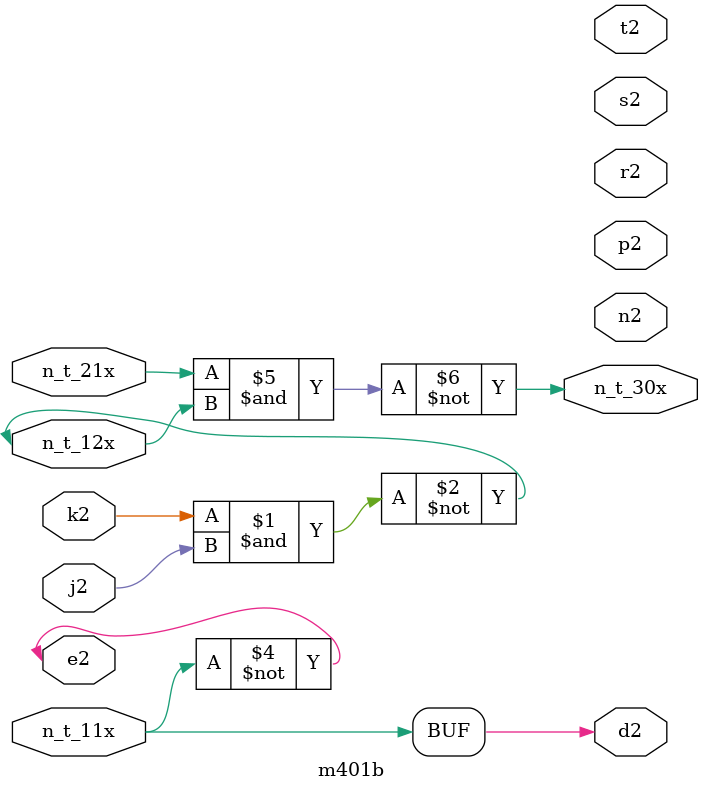
<source format=v>
module m401b (n_t_11x, n_t_21x, d2, e2, j2, k2, n2, n_t_12x, n_t_30x, p2, r2, s2, t2);
input n_t_11x;
input n_t_21x;
output d2;
inout e2;
input j2;
input k2;
output n2;
inout n_t_12x;
output n_t_30x;
output p2;
output r2;
output s2;
output t2;


assign n_t_12x = ~(k2 & j2);
assign d2 = ~e2;
assign e2 = ~n_t_11x;
assign n_t_30x = ~(n_t_21x & n_t_12x);
// open collector 'wire-or's 
endmodule

</source>
